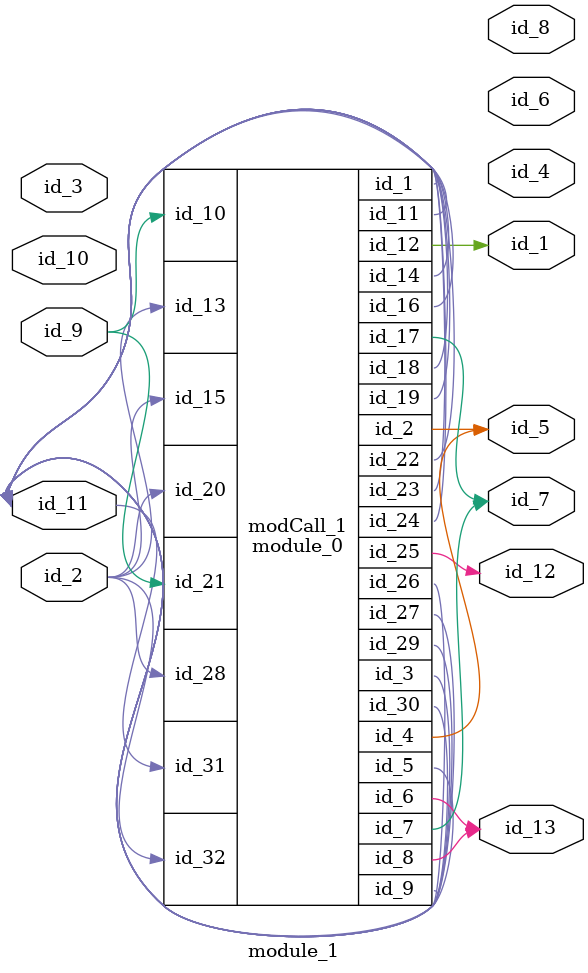
<source format=v>
module module_0 (
    id_1,
    id_2,
    id_3,
    id_4,
    id_5,
    id_6,
    id_7,
    id_8,
    id_9,
    id_10,
    id_11,
    id_12,
    id_13,
    id_14,
    id_15,
    id_16,
    id_17,
    id_18,
    id_19,
    id_20,
    id_21,
    id_22,
    id_23,
    id_24,
    id_25,
    id_26,
    id_27,
    id_28,
    id_29,
    id_30,
    id_31,
    id_32
);
  input wire id_32;
  input wire id_31;
  inout wire id_30;
  inout wire id_29;
  input wire id_28;
  inout wire id_27;
  inout wire id_26;
  output wire id_25;
  output wire id_24;
  inout wire id_23;
  inout wire id_22;
  input wire id_21;
  input wire id_20;
  inout wire id_19;
  inout wire id_18;
  output wire id_17;
  inout wire id_16;
  input wire id_15;
  inout wire id_14;
  input wire id_13;
  output wire id_12;
  inout wire id_11;
  input wire id_10;
  inout wire id_9;
  output wire id_8;
  output wire id_7;
  output wire id_6;
  inout wire id_5;
  output wire id_4;
  inout wire id_3;
  output wire id_2;
  inout wire id_1;
  wire id_33 = id_29, id_34, id_35, id_36, id_37;
endmodule
module module_1 (
    id_1,
    id_2,
    id_3,
    id_4,
    id_5,
    id_6,
    id_7,
    id_8,
    id_9,
    id_10,
    id_11,
    id_12,
    id_13
);
  output wire id_13;
  output wire id_12;
  inout wire id_11;
  input wire id_10;
  input wire id_9;
  output wire id_8;
  output wire id_7;
  output wire id_6;
  output wire id_5;
  output wire id_4;
  input wire id_3;
  input wire id_2;
  output wire id_1;
  module_0 modCall_1 (
      id_11,
      id_5,
      id_11,
      id_5,
      id_11,
      id_13,
      id_7,
      id_13,
      id_11,
      id_9,
      id_11,
      id_1,
      id_2,
      id_11,
      id_2,
      id_11,
      id_7,
      id_11,
      id_11,
      id_2,
      id_9,
      id_11,
      id_11,
      id_11,
      id_12,
      id_11,
      id_11,
      id_2,
      id_11,
      id_11,
      id_11,
      id_2
  );
endmodule

</source>
